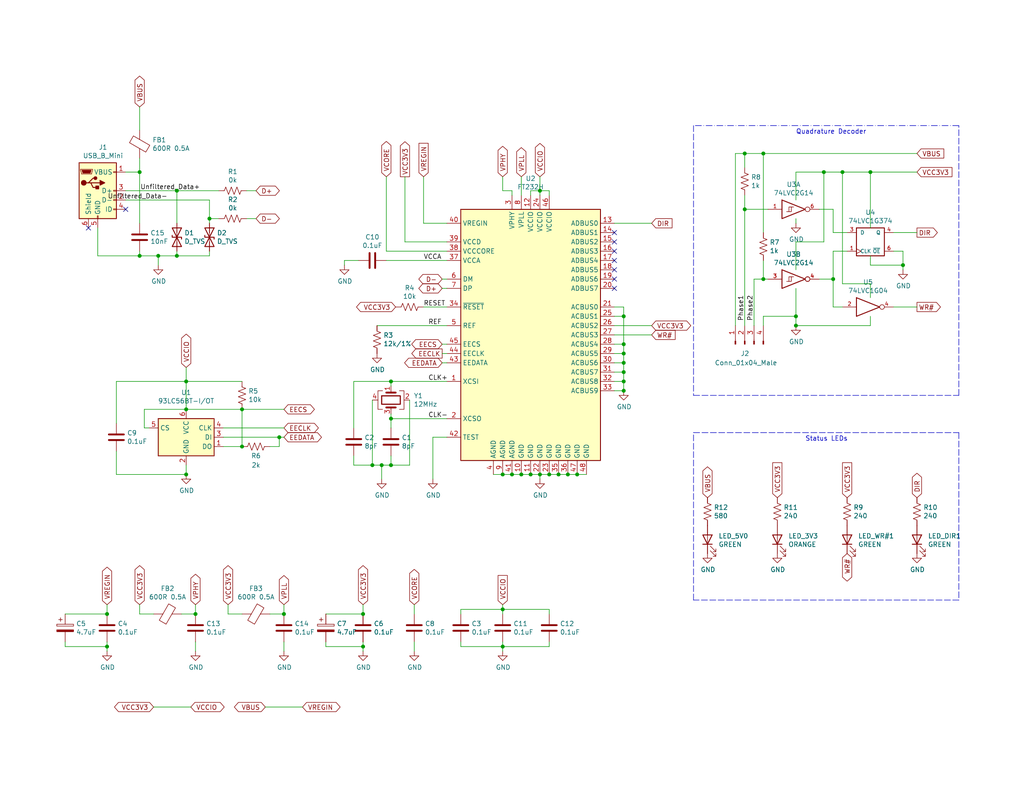
<source format=kicad_sch>
(kicad_sch (version 20211123) (generator eeschema)
  (paper "A")
  (title_block (title "Catdometer Sensor") (date "2021-03-10") (rev "6"))
  (lib_symbols
    (symbol "SensorBoard-rescue:74LVC1G04-74xGxx" (pin_names (offset 1.016))
      (property "Reference" "U" (at -2.54 3.81 0))
      (property "Value" "74LVC1G04-74xGxx" (at 0 -3.81 0))
      (symbol "74LVC1G04-74xGxx_0_1"
        (polyline (pts (xy -3.81 2.54) (xy -3.81 -2.54) (xy 2.54 0) (xy -3.81 2.54)) (stroke (width 0.254)))
      )
      (symbol "74LVC1G04-74xGxx_1_1"
        (pin input line (at -7.62 0 0) (length 3.81) (name "~") (number "2"))
        (pin power_in line (at 0 -2.54 270) (length 0) hide (name "GND") (number "3"))
        (pin output inverted (at 6.35 0 180) (length 3.81) (name "~") (number "4"))
        (pin power_in line (at 0 2.54 90) (length 0) hide (name "VCC") (number "5"))
      )
    )
    (symbol "SensorBoard-rescue:74LVC1G374-74xGxx" (pin_names (offset 1.016))
      (property "Reference" "U" (at -2.54 5.08 0))
      (property "Value" "74LVC1G374-74xGxx" (at 0 -5.08 0))
      (symbol "74LVC1G374-74xGxx_0_1"
        (rectangle (start -3.81 3.81) (end 3.81 -3.81) (stroke (width 0.254)))
      )
      (symbol "74LVC1G374-74xGxx_1_1"
        (pin input clock (at -6.35 -2.54 0) (length 2.54) (name "CLK") (number "1"))
        (pin power_in line (at 0 -3.81 270) (length 0) hide (name "GND") (number "2"))
        (pin input line (at -6.35 2.54 0) (length 2.54) (name "D") (number "3"))
        (pin tri_state line (at 6.35 2.54 180) (length 2.54) (name "Q") (number "4"))
        (pin power_in line (at 0 3.81 90) (length 0) hide (name "VCC") (number "5"))
        (pin input line (at 6.35 -2.54 180) (length 2.54) (name "~{OE}") (number "6"))
      )
    )
    (symbol "SensorBoard-rescue:74LVC2G14-74xGxx" (pin_names (offset 1.016))
      (property "Reference" "U" (at -2.54 3.81 0))
      (property "Value" "74LVC2G14-74xGxx" (at 0 -3.81 0))
      (symbol "74LVC2G14-74xGxx_0_1"
        (polyline (pts (xy -1.905 -0.635) (xy -1.27 -0.635) (xy -1.27 0.635)))
        (polyline (pts (xy -3.81 2.54) (xy -3.81 -2.54) (xy 2.54 0) (xy -3.81 2.54)) (stroke (width 0.254)))
        (polyline (pts (xy -2.54 -0.635) (xy -1.905 -0.635) (xy -1.905 0.635) (xy -0.635 0.635)))
        (pin power_in line (at 0 -2.54 270) (length 0) hide (name "GND") (number "2"))
        (pin power_in line (at 0 2.54 90) (length 0) hide (name "VCC") (number "5"))
      )
      (symbol "74LVC2G14-74xGxx_1_1"
        (pin input line (at -7.62 0 0) (length 3.81) (name "~") (number "1"))
        (pin output inverted (at 6.35 0 180) (length 3.81) (name "~") (number "6"))
      )
      (symbol "74LVC2G14-74xGxx_2_1"
        (pin input line (at -7.62 0 0) (length 3.81) (name "~") (number "3"))
        (pin output inverted (at 6.35 0 180) (length 3.81) (name "~") (number "4"))
      )
    )
    (symbol "SensorBoard-rescue:93LCxxBxxOT-Memory_EEPROM"
      (property "Reference" "U" (at -6.35 6.35 0))
      (property "Value" "93LCxxBxxOT-Memory_EEPROM" (at 7.62 -6.35 0))
      (symbol "93LCxxBxxOT-Memory_EEPROM_0_1"
        (rectangle (start -7.62 5.08) (end 7.62 -5.08) (stroke (width 0.254)) (fill (type background)))
      )
      (symbol "93LCxxBxxOT-Memory_EEPROM_1_1"
        (pin tri_state line (at 10.16 -2.54 180) (length 2.54) (name "DO") (number "1"))
        (pin power_in line (at 0 -7.62 90) (length 2.54) (name "GND") (number "2"))
        (pin input line (at 10.16 0 180) (length 2.54) (name "DI") (number "3"))
        (pin input line (at 10.16 2.54 180) (length 2.54) (name "CLK") (number "4"))
        (pin input line (at -10.16 2.54 0) (length 2.54) (name "CS") (number "5"))
        (pin power_in line (at 0 7.62 270) (length 2.54) (name "VCC") (number "6"))
      )
    )
    (symbol "SensorBoard-rescue:C-Device" (pin_numbers hide) (pin_names (offset 0.254))
      (property "Reference" "C" (at 0.635 2.54 0))
      (property "Value" "C-Device" (at 0.635 -2.54 0))
      (symbol "C-Device_0_1"
        (polyline (pts (xy -2.032 -0.762) (xy 2.032 -0.762)) (stroke (width 0.508)))
        (polyline (pts (xy -2.032 0.762) (xy 2.032 0.762)) (stroke (width 0.508)))
      )
      (symbol "C-Device_1_1"
        (pin passive line (at 0 3.81 270) (length 2.794) (name "~") (number "1"))
        (pin passive line (at 0 -3.81 90) (length 2.794) (name "~") (number "2"))
      )
    )
    (symbol "SensorBoard-rescue:CP-Device" (pin_numbers hide) (pin_names (offset 0.254))
      (property "Reference" "C" (at 0.635 2.54 0))
      (property "Value" "CP-Device" (at 0.635 -2.54 0))
      (symbol "CP-Device_0_1"
        (rectangle (start -2.286 0.508) (end 2.286 1.016))
        (polyline (pts (xy -1.778 2.286) (xy -0.762 2.286)))
        (polyline (pts (xy -1.27 2.794) (xy -1.27 1.778)))
        (rectangle (start 2.286 -0.508) (end -2.286 -1.016) (fill (type outline)))
      )
      (symbol "CP-Device_1_1"
        (pin passive line (at 0 3.81 270) (length 2.794) (name "~") (number "1"))
        (pin passive line (at 0 -3.81 90) (length 2.794) (name "~") (number "2"))
      )
    )
    (symbol "SensorBoard-rescue:Conn_01x04_Male-Connector" (pin_names (offset 1.016) hide)
      (property "Reference" "J" (at 0 5.08 0))
      (property "Value" "Conn_01x04_Male-Connector" (at 0 -7.62 0))
      (symbol "Conn_01x04_Male-Connector_1_1"
        (polyline (pts (xy 1.27 -5.08) (xy 0.8636 -5.08)) (stroke (width 0.1524)))
        (polyline (pts (xy 1.27 -2.54) (xy 0.8636 -2.54)) (stroke (width 0.1524)))
        (polyline (pts (xy 1.27 0) (xy 0.8636 0)) (stroke (width 0.1524)))
        (polyline (pts (xy 1.27 2.54) (xy 0.8636 2.54)) (stroke (width 0.1524)))
        (rectangle (start 0.8636 -4.953) (end 0 -5.207) (stroke (width 0.1524)) (fill (type outline)))
        (rectangle (start 0.8636 -2.413) (end 0 -2.667) (stroke (width 0.1524)) (fill (type outline)))
        (rectangle (start 0.8636 0.127) (end 0 -0.127) (stroke (width 0.1524)) (fill (type outline)))
        (rectangle (start 0.8636 2.667) (end 0 2.413) (stroke (width 0.1524)) (fill (type outline)))
        (pin passive line (at 5.08 2.54 180) (length 3.81) (name "Pin_1") (number "1"))
        (pin passive line (at 5.08 0 180) (length 3.81) (name "Pin_2") (number "2"))
        (pin passive line (at 5.08 -2.54 180) (length 3.81) (name "Pin_3") (number "3"))
        (pin passive line (at 5.08 -5.08 180) (length 3.81) (name "Pin_4") (number "4"))
      )
    )
    (symbol "SensorBoard-rescue:Crystal_GND24-Device" (pin_names (offset 1.016) hide)
      (property "Reference" "Y" (at 3.175 5.08 0))
      (property "Value" "Crystal_GND24-Device" (at 3.175 3.175 0))
      (symbol "Crystal_GND24-Device_0_1"
        (rectangle (start -1.143 2.54) (end 1.143 -2.54) (stroke (width 0.3048)))
        (polyline (pts (xy -2.54 0) (xy -2.032 0)))
        (polyline (pts (xy -2.032 -1.27) (xy -2.032 1.27)) (stroke (width 0.508)))
        (polyline (pts (xy 0 -3.81) (xy 0 -3.556)))
        (polyline (pts (xy 0 3.556) (xy 0 3.81)))
        (polyline (pts (xy 2.032 -1.27) (xy 2.032 1.27)) (stroke (width 0.508)))
        (polyline (pts (xy 2.032 0) (xy 2.54 0)))
        (polyline (pts (xy -2.54 -2.286) (xy -2.54 -3.556) (xy 2.54 -3.556) (xy 2.54 -2.286)))
        (polyline (pts (xy -2.54 2.286) (xy -2.54 3.556) (xy 2.54 3.556) (xy 2.54 2.286)))
      )
      (symbol "Crystal_GND24-Device_1_1"
        (pin passive line (at -3.81 0 0) (length 1.27) (name "1") (number "1"))
        (pin passive line (at 0 5.08 270) (length 1.27) (name "2") (number "2"))
        (pin passive line (at 3.81 0 180) (length 1.27) (name "3") (number "3"))
        (pin passive line (at 0 -5.08 90) (length 1.27) (name "4") (number "4"))
      )
    )
    (symbol "SensorBoard-rescue:D_TVS-Device" (pin_numbers hide) (pin_names (offset 1.016) hide)
      (property "Reference" "D" (at 0 2.54 0))
      (property "Value" "D_TVS-Device" (at 0 -2.54 0))
      (symbol "D_TVS-Device_0_1"
        (polyline (pts (xy 1.27 0) (xy -1.27 0)))
        (polyline (pts (xy 0.508 1.27) (xy 0 1.27) (xy 0 -1.27) (xy -0.508 -1.27)) (stroke (width 0.254)))
        (polyline (pts (xy -2.54 1.27) (xy -2.54 -1.27) (xy 2.54 1.27) (xy 2.54 -1.27) (xy -2.54 1.27)) (stroke (width 0.254)))
      )
      (symbol "D_TVS-Device_1_1"
        (pin passive line (at -3.81 0 0) (length 2.54) (name "A1") (number "1"))
        (pin passive line (at 3.81 0 180) (length 2.54) (name "A2") (number "2"))
      )
    )
    (symbol "SensorBoard-rescue:FT232H-Interface_USB"
      (property "Reference" "U" (at -19.05 35.56 0))
      (property "Value" "FT232H-Interface_USB" (at 12.7 35.56 0))
      (symbol "FT232H-Interface_USB_0_1"
        (rectangle (start -19.05 34.29) (end 19.05 -34.29) (stroke (width 0.254)) (fill (type background)))
      )
      (symbol "FT232H-Interface_USB_1_1"
        (pin input line (at -22.86 -12.7 0) (length 3.81) (name "XCSI") (number "1"))
        (pin power_in line (at -2.54 -38.1 90) (length 3.81) (name "GND") (number "10"))
        (pin power_in line (at 0 -38.1 90) (length 3.81) (name "GND") (number "11"))
        (pin power_in line (at 0 38.1 270) (length 3.81) (name "VCCIO") (number "12"))
        (pin bidirectional line (at 22.86 30.48 180) (length 3.81) (name "ADBUS0") (number "13"))
        (pin bidirectional line (at 22.86 27.94 180) (length 3.81) (name "ADBUS1") (number "14"))
        (pin bidirectional line (at 22.86 25.4 180) (length 3.81) (name "ADBUS2") (number "15"))
        (pin bidirectional line (at 22.86 22.86 180) (length 3.81) (name "ADBUS3") (number "16"))
        (pin bidirectional line (at 22.86 20.32 180) (length 3.81) (name "ADBUS4") (number "17"))
        (pin bidirectional line (at 22.86 17.78 180) (length 3.81) (name "ADBUS5") (number "18"))
        (pin bidirectional line (at 22.86 15.24 180) (length 3.81) (name "ADBUS6") (number "19"))
        (pin output line (at -22.86 -22.86 0) (length 3.81) (name "XCSO") (number "2"))
        (pin bidirectional line (at 22.86 12.7 180) (length 3.81) (name "ADBUS7") (number "20"))
        (pin bidirectional line (at 22.86 7.62 180) (length 3.81) (name "ACBUS0") (number "21"))
        (pin power_in line (at 2.54 -38.1 90) (length 3.81) (name "GND") (number "22"))
        (pin power_in line (at 5.08 -38.1 90) (length 3.81) (name "GND") (number "23"))
        (pin power_in line (at 2.54 38.1 270) (length 3.81) (name "VCCIO") (number "24"))
        (pin bidirectional line (at 22.86 5.08 180) (length 3.81) (name "ACBUS1") (number "25"))
        (pin bidirectional line (at 22.86 2.54 180) (length 3.81) (name "ACBUS2") (number "26"))
        (pin bidirectional line (at 22.86 0 180) (length 3.81) (name "ACBUS3") (number "27"))
        (pin bidirectional line (at 22.86 -2.54 180) (length 3.81) (name "ACBUS4") (number "28"))
        (pin bidirectional line (at 22.86 -5.08 180) (length 3.81) (name "ACBUS5") (number "29"))
        (pin power_in line (at -5.08 38.1 270) (length 3.81) (name "VPHY") (number "3"))
        (pin bidirectional line (at 22.86 -7.62 180) (length 3.81) (name "ACBUS6") (number "30"))
        (pin bidirectional line (at 22.86 -10.16 180) (length 3.81) (name "ACBUS7") (number "31"))
        (pin bidirectional line (at 22.86 -12.7 180) (length 3.81) (name "ACBUS8") (number "32"))
        (pin bidirectional line (at 22.86 -15.24 180) (length 3.81) (name "ACBUS9") (number "33"))
        (pin input line (at -22.86 7.62 0) (length 3.81) (name "~{RESET}") (number "34"))
        (pin power_in line (at 7.62 -38.1 90) (length 3.81) (name "GND") (number "35"))
        (pin power_in line (at 10.16 -38.1 90) (length 3.81) (name "GND") (number "36"))
        (pin power_out line (at -22.86 20.32 0) (length 3.81) (name "VCCA") (number "37"))
        (pin power_out line (at -22.86 22.86 0) (length 3.81) (name "VCCCORE") (number "38"))
        (pin power_in line (at -22.86 25.4 0) (length 3.81) (name "VCCD") (number "39"))
        (pin power_in line (at -10.16 -38.1 90) (length 3.81) (name "AGND") (number "4"))
        (pin power_in line (at -22.86 30.48 0) (length 3.81) (name "VREGIN") (number "40"))
        (pin power_in line (at -5.08 -38.1 90) (length 3.81) (name "AGND") (number "41"))
        (pin input line (at -22.86 -27.94 0) (length 3.81) (name "TEST") (number "42"))
        (pin bidirectional line (at -22.86 -7.62 0) (length 3.81) (name "EEDATA") (number "43"))
        (pin input line (at -22.86 -5.08 0) (length 3.81) (name "EECLK") (number "44"))
        (pin input line (at -22.86 -2.54 0) (length 3.81) (name "EECS") (number "45"))
        (pin power_in line (at 5.08 38.1 270) (length 3.81) (name "VCCIO") (number "46"))
        (pin power_in line (at 12.7 -38.1 90) (length 3.81) (name "GND") (number "47"))
        (pin power_in line (at 15.24 -38.1 90) (length 3.81) (name "GND") (number "48"))
        (pin input line (at -22.86 2.54 0) (length 3.81) (name "REF") (number "5"))
        (pin bidirectional line (at -22.86 15.24 0) (length 3.81) (name "DM") (number "6"))
        (pin bidirectional line (at -22.86 12.7 0) (length 3.81) (name "DP") (number "7"))
        (pin power_in line (at -2.54 38.1 270) (length 3.81) (name "VPLL") (number "8"))
        (pin power_in line (at -7.62 -38.1 90) (length 3.81) (name "AGND") (number "9"))
      )
    )
    (symbol "SensorBoard-rescue:Ferrite_Bead-Device" (pin_numbers hide) (pin_names (offset 0))
      (property "Reference" "FB" (at -3.81 0.635 90))
      (property "Value" "Ferrite_Bead-Device" (at 3.81 0 90))
      (symbol "Ferrite_Bead-Device_0_1"
        (polyline (pts (xy 0 -1.27) (xy 0 -1.2192)))
        (polyline (pts (xy 0 1.27) (xy 0 1.2954)))
        (polyline (pts (xy -2.7686 0.4064) (xy -1.7018 2.2606) (xy 2.7686 -0.3048) (xy 1.6764 -2.159) (xy -2.7686 0.4064)))
      )
      (symbol "Ferrite_Bead-Device_1_1"
        (pin passive line (at 0 3.81 270) (length 2.54) (name "~") (number "1"))
        (pin passive line (at 0 -3.81 90) (length 2.54) (name "~") (number "2"))
      )
    )
    (symbol "SensorBoard-rescue:GND-power" (power) (pin_names (offset 0))
      (property "Value" "GND-power" (at 0 -3.81 0))
      (symbol "GND-power_0_1"
        (polyline (pts (xy 0 0) (xy 0 -1.27) (xy 1.27 -1.27) (xy 0 -2.54) (xy -1.27 -1.27) (xy 0 -1.27)))
      )
      (symbol "GND-power_1_1"
        (pin power_in line (at 0 0 270) (length 0) hide (name "GND") (number "1"))
      )
    )
    (symbol "SensorBoard-rescue:LED-Device" (pin_numbers hide) (pin_names (offset 1.016) hide)
      (property "Reference" "D" (at 0 2.54 0))
      (property "Value" "LED-Device" (at 0 -2.54 0))
      (symbol "LED-Device_0_1"
        (polyline (pts (xy -1.27 -1.27) (xy -1.27 1.27)) (stroke (width 0.254)))
        (polyline (pts (xy -1.27 0) (xy 1.27 0)))
        (polyline (pts (xy 1.27 -1.27) (xy 1.27 1.27) (xy -1.27 0) (xy 1.27 -1.27)) (stroke (width 0.254)))
        (polyline (pts (xy -3.048 -0.762) (xy -4.572 -2.286) (xy -3.81 -2.286) (xy -4.572 -2.286) (xy -4.572 -1.524)))
        (polyline (pts (xy -1.778 -0.762) (xy -3.302 -2.286) (xy -2.54 -2.286) (xy -3.302 -2.286) (xy -3.302 -1.524)))
      )
      (symbol "LED-Device_1_1"
        (pin passive line (at -3.81 0 0) (length 2.54) (name "K") (number "1"))
        (pin passive line (at 3.81 0 180) (length 2.54) (name "A") (number "2"))
      )
    )
    (symbol "SensorBoard-rescue:R_US-Device" (pin_numbers hide) (pin_names (offset 0))
      (property "Reference" "R" (at 2.54 0 90))
      (property "Value" "R_US-Device" (at -2.54 0 90))
      (symbol "R_US-Device_0_1"
        (polyline (pts (xy 0 -2.286) (xy 0 -2.54)))
        (polyline (pts (xy 0 2.286) (xy 0 2.54)))
        (polyline (pts (xy 0 -0.762) (xy 1.016 -1.143) (xy 0 -1.524) (xy -1.016 -1.905) (xy 0 -2.286)))
        (polyline (pts (xy 0 0.762) (xy 1.016 0.381) (xy 0 0) (xy -1.016 -0.381) (xy 0 -0.762)))
        (polyline (pts (xy 0 2.286) (xy 1.016 1.905) (xy 0 1.524) (xy -1.016 1.143) (xy 0 0.762)))
      )
      (symbol "R_US-Device_1_1"
        (pin passive line (at 0 3.81 270) (length 1.27) (name "~") (number "1"))
        (pin passive line (at 0 -3.81 90) (length 1.27) (name "~") (number "2"))
      )
    )
    (symbol "SensorBoard-rescue:USB_B_Mini-Connector" (pin_names (offset 1.016))
      (property "Reference" "J" (at -5.08 11.43 0))
      (property "Value" "USB_B_Mini-Connector" (at -5.08 8.89 0))
      (symbol "USB_B_Mini-Connector_0_1"
        (rectangle (start -5.08 -7.62) (end 5.08 7.62) (stroke (width 0.254)) (fill (type background)))
        (circle (center -3.81 2.159) (radius 0.635) (stroke (width 0.254)) (fill (type outline)))
        (circle (center -0.635 3.429) (radius 0.381) (stroke (width 0.254)) (fill (type outline)))
        (rectangle (start -0.127 -7.62) (end 0.127 -6.858))
        (polyline (pts (xy -1.905 2.159) (xy 0.635 2.159)) (stroke (width 0.254)))
        (polyline (pts (xy -3.175 2.159) (xy -2.54 2.159) (xy -1.27 3.429) (xy -0.635 3.429)) (stroke (width 0.254)))
        (polyline (pts (xy -2.54 2.159) (xy -1.905 2.159) (xy -1.27 0.889) (xy 0 0.889)) (stroke (width 0.254)))
        (polyline (pts (xy 0.635 2.794) (xy 0.635 1.524) (xy 1.905 2.159) (xy 0.635 2.794)) (stroke (width 0.254)) (fill (type outline)))
        (polyline (pts (xy -4.318 5.588) (xy -1.778 5.588) (xy -2.032 4.826) (xy -4.064 4.826) (xy -4.318 5.588)) (fill (type outline)))
        (polyline (pts (xy -4.699 5.842) (xy -4.699 5.588) (xy -4.445 4.826) (xy -4.445 4.572) (xy -1.651 4.572) (xy -1.651 4.826) (xy -1.397 5.588) (xy -1.397 5.842) (xy -4.699 5.842)))
        (rectangle (start 0.254 1.27) (end -0.508 0.508) (stroke (width 0.254)) (fill (type outline)))
        (rectangle (start 5.08 -5.207) (end 4.318 -4.953))
        (rectangle (start 5.08 -2.667) (end 4.318 -2.413))
        (rectangle (start 5.08 -0.127) (end 4.318 0.127))
        (rectangle (start 5.08 4.953) (end 4.318 5.207))
      )
      (symbol "USB_B_Mini-Connector_1_1"
        (pin power_out line (at 7.62 5.08 180) (length 2.54) (name "VBUS") (number "1"))
        (pin bidirectional line (at 7.62 -2.54 180) (length 2.54) (name "D-") (number "2"))
        (pin bidirectional line (at 7.62 0 180) (length 2.54) (name "D+") (number "3"))
        (pin passive line (at 7.62 -5.08 180) (length 2.54) (name "ID") (number "4"))
        (pin power_out line (at 0 -10.16 90) (length 2.54) (name "GND") (number "5"))
        (pin passive line (at -2.54 -10.16 90) (length 2.54) (name "Shield") (number "6"))
      )
    )
  )
  (junction (at 66.04 111.76))
  (junction (at 170.18 101.6))
  (junction (at 246.38 72.39))
  (junction (at 106.68 104.14))
  (junction (at 170.18 86.36))
  (junction (at 99.06 176.53))
  (junction (at 208.28 41.91))
  (junction (at 38.1 46.99))
  (junction (at 50.8 129.54))
  (junction (at 139.7 129.54))
  (junction (at 170.18 93.98))
  (junction (at 77.47 167.64))
  (junction (at 170.18 104.14))
  (junction (at 152.4 129.54))
  (junction (at 149.86 129.54))
  (junction (at 48.26 52.07))
  (junction (at 224.79 46.99))
  (junction (at 43.18 69.85))
  (junction (at 208.28 76.2))
  (junction (at 217.17 86.36))
  (junction (at 76.2 119.38))
  (junction (at 144.78 129.54))
  (junction (at 154.94 129.54))
  (junction (at 157.48 129.54))
  (junction (at 203.2 41.91))
  (junction (at 147.32 52.07))
  (junction (at 170.18 106.68))
  (junction (at 106.68 114.3))
  (junction (at 66.04 121.92))
  (junction (at 170.18 99.06))
  (junction (at 203.2 57.15))
  (junction (at 137.16 176.53))
  (junction (at 217.17 88.9))
  (junction (at 53.34 167.64))
  (junction (at 101.6 127))
  (junction (at 147.32 129.54))
  (junction (at 137.16 166.37))
  (junction (at 29.21 176.53))
  (junction (at 50.8 104.14))
  (junction (at 29.21 167.64))
  (junction (at 137.16 129.54))
  (junction (at 227.33 76.2))
  (junction (at 99.06 167.64))
  (junction (at 237.49 46.99))
  (junction (at 229.87 46.99))
  (junction (at 50.8 111.76))
  (junction (at 104.14 127))
  (junction (at 106.68 127))
  (junction (at 170.18 96.52))
  (junction (at 38.1 69.85))
  (junction (at 48.26 69.85))
  (junction (at 57.15 59.69))
  (junction (at 142.24 129.54))
  (no_connect (at 167.64 73.66))
  (no_connect (at 24.13 62.23))
  (no_connect (at 167.64 63.5))
  (no_connect (at 167.64 78.74))
  (no_connect (at 34.29 57.15))
  (no_connect (at 167.64 71.12))
  (no_connect (at 167.64 66.04))
  (no_connect (at 167.64 68.58))
  (no_connect (at 167.64 76.2))
  (wire (pts (xy 223.52 76.2) (xy 227.33 76.2)))
  (wire (pts (xy 227.33 57.15) (xy 223.52 57.15)))
  (wire (pts (xy 121.92 60.96) (xy 115.57 60.96)))
  (wire (pts (xy 144.78 52.07) (xy 147.32 52.07)))
  (wire (pts (xy 170.18 99.06) (xy 170.18 101.6)))
  (wire (pts (xy 41.91 193.04) (xy 52.07 193.04)))
  (wire (pts (xy 203.2 41.91) (xy 200.66 41.91)))
  (wire (pts (xy 147.32 53.34) (xy 147.32 52.07)))
  (wire (pts (xy 57.15 54.61) (xy 57.15 59.69)))
  (wire (pts (xy 137.16 176.53) (xy 137.16 177.8)))
  (wire (pts (xy 43.18 72.39) (xy 43.18 69.85)))
  (wire (pts (xy 250.19 41.91) (xy 208.28 41.91)))
  (wire (pts (xy 170.18 104.14) (xy 167.64 104.14)))
  (wire (pts (xy 48.26 68.58) (xy 48.26 69.85)))
  (polyline (pts (xy 189.23 163.83) (xy 189.23 118.11)))
  (wire (pts (xy 227.33 76.2) (xy 227.33 68.58)))
  (wire (pts (xy 139.7 129.54) (xy 142.24 129.54)))
  (wire (pts (xy 31.75 104.14) (xy 50.8 104.14)))
  (wire (pts (xy 137.16 176.53) (xy 125.73 176.53)))
  (wire (pts (xy 208.28 71.12) (xy 208.28 76.2)))
  (wire (pts (xy 142.24 129.54) (xy 144.78 129.54)))
  (polyline (pts (xy 261.62 118.11) (xy 261.62 163.83)))
  (wire (pts (xy 77.47 165.1) (xy 77.47 167.64)))
  (polyline (pts (xy 261.62 163.83) (xy 189.23 163.83)))
  (wire (pts (xy 121.92 114.3) (xy 106.68 114.3)))
  (wire (pts (xy 120.65 78.74) (xy 121.92 78.74)))
  (wire (pts (xy 48.26 52.07) (xy 59.69 52.07)))
  (wire (pts (xy 149.86 176.53) (xy 137.16 176.53)))
  (wire (pts (xy 50.8 111.76) (xy 66.04 111.76)))
  (wire (pts (xy 203.2 53.34) (xy 203.2 57.15)))
  (wire (pts (xy 96.52 127) (xy 96.52 124.46)))
  (wire (pts (xy 76.2 121.92) (xy 73.66 121.92)))
  (wire (pts (xy 203.2 88.9) (xy 203.2 57.15)))
  (wire (pts (xy 115.57 83.82) (xy 121.92 83.82)))
  (wire (pts (xy 170.18 101.6) (xy 167.64 101.6)))
  (wire (pts (xy 137.16 166.37) (xy 149.86 166.37)))
  (wire (pts (xy 101.6 127) (xy 96.52 127)))
  (wire (pts (xy 57.15 59.69) (xy 59.69 59.69)))
  (wire (pts (xy 203.2 45.72) (xy 203.2 41.91)))
  (wire (pts (xy 99.06 175.26) (xy 99.06 176.53)))
  (wire (pts (xy 250.19 83.82) (xy 243.84 83.82)))
  (wire (pts (xy 170.18 104.14) (xy 170.18 106.68)))
  (wire (pts (xy 120.65 76.2) (xy 121.92 76.2)))
  (wire (pts (xy 237.49 88.9) (xy 217.17 88.9)))
  (wire (pts (xy 121.92 88.9) (xy 102.87 88.9)))
  (wire (pts (xy 229.87 83.82) (xy 227.33 83.82)))
  (wire (pts (xy 121.92 96.52) (xy 120.65 96.52)))
  (wire (pts (xy 152.4 129.54) (xy 154.94 129.54)))
  (wire (pts (xy 50.8 100.33) (xy 50.8 104.14)))
  (wire (pts (xy 53.34 165.1) (xy 53.34 167.64)))
  (wire (pts (xy 217.17 66.04) (xy 224.79 66.04)))
  (wire (pts (xy 177.8 60.96) (xy 167.64 60.96)))
  (polyline (pts (xy 189.23 118.11) (xy 261.62 118.11)))
  (wire (pts (xy 137.16 175.26) (xy 137.16 176.53)))
  (wire (pts (xy 217.17 86.36) (xy 217.17 88.9)))
  (wire (pts (xy 111.76 127) (xy 106.68 127)))
  (wire (pts (xy 38.1 35.56) (xy 38.1 29.21)))
  (wire (pts (xy 208.28 86.36) (xy 217.17 86.36)))
  (wire (pts (xy 170.18 86.36) (xy 170.18 93.98)))
  (wire (pts (xy 229.87 46.99) (xy 237.49 46.99)))
  (wire (pts (xy 106.68 104.14) (xy 96.52 104.14)))
  (wire (pts (xy 149.86 166.37) (xy 149.86 167.64)))
  (wire (pts (xy 149.86 53.34) (xy 149.86 52.07)))
  (wire (pts (xy 43.18 69.85) (xy 38.1 69.85)))
  (wire (pts (xy 49.53 167.64) (xy 53.34 167.64)))
  (wire (pts (xy 113.03 165.1) (xy 113.03 167.64)))
  (wire (pts (xy 237.49 72.39) (xy 246.38 72.39)))
  (wire (pts (xy 34.29 54.61) (xy 57.15 54.61)))
  (wire (pts (xy 106.68 114.3) (xy 106.68 116.84)))
  (wire (pts (xy 17.78 176.53) (xy 29.21 176.53)))
  (polyline (pts (xy 261.62 107.95) (xy 261.62 34.29)))
  (wire (pts (xy 237.49 81.28) (xy 237.49 77.47)))
  (wire (pts (xy 170.18 83.82) (xy 170.18 86.36)))
  (wire (pts (xy 167.64 91.44) (xy 177.8 91.44)))
  (wire (pts (xy 31.75 129.54) (xy 50.8 129.54)))
  (wire (pts (xy 139.7 52.07) (xy 137.16 52.07)))
  (wire (pts (xy 246.38 73.66) (xy 246.38 72.39)))
  (wire (pts (xy 170.18 86.36) (xy 167.64 86.36)))
  (wire (pts (xy 40.64 116.84) (xy 39.37 116.84)))
  (wire (pts (xy 217.17 73.66) (xy 217.17 66.04)))
  (wire (pts (xy 134.62 129.54) (xy 137.16 129.54)))
  (wire (pts (xy 113.03 175.26) (xy 113.03 177.8)))
  (wire (pts (xy 208.28 76.2) (xy 209.55 76.2)))
  (wire (pts (xy 237.49 77.47) (xy 229.87 77.47)))
  (wire (pts (xy 170.18 96.52) (xy 170.18 99.06)))
  (wire (pts (xy 50.8 104.14) (xy 50.8 111.76)))
  (wire (pts (xy 29.21 165.1) (xy 29.21 167.64)))
  (wire (pts (xy 34.29 52.07) (xy 48.26 52.07)))
  (wire (pts (xy 88.9 175.26) (xy 88.9 176.53)))
  (wire (pts (xy 170.18 93.98) (xy 167.64 93.98)))
  (wire (pts (xy 77.47 175.26) (xy 77.47 177.8)))
  (wire (pts (xy 73.66 167.64) (xy 77.47 167.64)))
  (wire (pts (xy 104.14 130.81) (xy 104.14 127)))
  (wire (pts (xy 26.67 69.85) (xy 38.1 69.85)))
  (wire (pts (xy 227.33 63.5) (xy 227.33 57.15)))
  (wire (pts (xy 121.92 66.04) (xy 110.49 66.04)))
  (wire (pts (xy 66.04 111.76) (xy 77.47 111.76)))
  (wire (pts (xy 104.14 127) (xy 106.68 127)))
  (wire (pts (xy 217.17 78.74) (xy 217.17 86.36)))
  (wire (pts (xy 157.48 129.54) (xy 160.02 129.54)))
  (wire (pts (xy 76.2 119.38) (xy 76.2 121.92)))
  (wire (pts (xy 29.21 176.53) (xy 29.21 177.8)))
  (wire (pts (xy 38.1 69.85) (xy 38.1 68.58)))
  (wire (pts (xy 57.15 69.85) (xy 48.26 69.85)))
  (wire (pts (xy 34.29 46.99) (xy 38.1 46.99)))
  (wire (pts (xy 147.32 52.07) (xy 147.32 48.26)))
  (wire (pts (xy 237.49 86.36) (xy 237.49 88.9)))
  (wire (pts (xy 31.75 115.57) (xy 31.75 104.14)))
  (wire (pts (xy 203.2 57.15) (xy 209.55 57.15)))
  (wire (pts (xy 154.94 129.54) (xy 157.48 129.54)))
  (wire (pts (xy 170.18 106.68) (xy 167.64 106.68)))
  (wire (pts (xy 167.64 83.82) (xy 170.18 83.82)))
  (wire (pts (xy 106.68 113.03) (xy 106.68 114.3)))
  (wire (pts (xy 167.64 88.9) (xy 177.8 88.9)))
  (wire (pts (xy 38.1 167.64) (xy 41.91 167.64)))
  (wire (pts (xy 205.74 76.2) (xy 208.28 76.2)))
  (wire (pts (xy 121.92 93.98) (xy 120.65 93.98)))
  (wire (pts (xy 111.76 109.22) (xy 111.76 127)))
  (wire (pts (xy 106.68 104.14) (xy 106.68 105.41)))
  (wire (pts (xy 237.49 69.85) (xy 237.49 72.39)))
  (polyline (pts (xy 189.23 107.95) (xy 261.62 107.95)))
  (wire (pts (xy 170.18 99.06) (xy 167.64 99.06)))
  (wire (pts (xy 62.23 167.64) (xy 66.04 167.64)))
  (wire (pts (xy 62.23 165.1) (xy 62.23 167.64)))
  (wire (pts (xy 17.78 175.26) (xy 17.78 176.53)))
  (wire (pts (xy 149.86 129.54) (xy 152.4 129.54)))
  (wire (pts (xy 224.79 66.04) (xy 224.79 46.99)))
  (wire (pts (xy 144.78 53.34) (xy 144.78 52.07)))
  (polyline (pts (xy 261.62 34.29) (xy 189.23 34.29)) (stroke (width 0) (type dash_dot)))
  (wire (pts (xy 217.17 46.99) (xy 224.79 46.99)))
  (wire (pts (xy 137.16 129.54) (xy 139.7 129.54)))
  (wire (pts (xy 48.26 69.85) (xy 43.18 69.85)))
  (wire (pts (xy 246.38 68.58) (xy 243.84 68.58)))
  (wire (pts (xy 66.04 111.76) (xy 66.04 121.92)))
  (wire (pts (xy 224.79 46.99) (xy 229.87 46.99)))
  (wire (pts (xy 99.06 165.1) (xy 99.06 167.64)))
  (polyline (pts (xy 189.23 34.29) (xy 189.23 107.95)))
  (wire (pts (xy 88.9 167.64) (xy 99.06 167.64)))
  (wire (pts (xy 118.11 119.38) (xy 118.11 130.81)))
  (wire (pts (xy 97.79 71.12) (xy 93.98 71.12)))
  (wire (pts (xy 137.16 165.1) (xy 137.16 166.37)))
  (wire (pts (xy 144.78 129.54) (xy 147.32 129.54)))
  (wire (pts (xy 48.26 60.96) (xy 48.26 52.07)))
  (wire (pts (xy 96.52 104.14) (xy 96.52 116.84)))
  (wire (pts (xy 246.38 72.39) (xy 246.38 68.58)))
  (wire (pts (xy 72.39 193.04) (xy 82.55 193.04)))
  (wire (pts (xy 88.9 176.53) (xy 99.06 176.53)))
  (wire (pts (xy 227.33 63.5) (xy 231.14 63.5)))
  (wire (pts (xy 60.96 119.38) (xy 76.2 119.38)))
  (wire (pts (xy 110.49 66.04) (xy 110.49 48.26)))
  (wire (pts (xy 217.17 54.61) (xy 217.17 46.99)))
  (wire (pts (xy 137.16 166.37) (xy 137.16 167.64)))
  (wire (pts (xy 121.92 68.58) (xy 105.41 68.58)))
  (wire (pts (xy 237.49 62.23) (xy 237.49 46.99)))
  (wire (pts (xy 170.18 93.98) (xy 170.18 96.52)))
  (wire (pts (xy 29.21 175.26) (xy 29.21 176.53)))
  (wire (pts (xy 137.16 52.07) (xy 137.16 48.26)))
  (wire (pts (xy 120.65 99.06) (xy 121.92 99.06)))
  (wire (pts (xy 217.17 60.96) (xy 217.17 59.69)))
  (wire (pts (xy 147.32 130.81) (xy 147.32 129.54)))
  (wire (pts (xy 227.33 68.58) (xy 231.14 68.58)))
  (wire (pts (xy 66.04 104.14) (xy 50.8 104.14)))
  (wire (pts (xy 38.1 43.18) (xy 38.1 46.99)))
  (wire (pts (xy 229.87 77.47) (xy 229.87 46.99)))
  (wire (pts (xy 149.86 175.26) (xy 149.86 176.53)))
  (wire (pts (xy 121.92 104.14) (xy 106.68 104.14)))
  (wire (pts (xy 31.75 123.19) (xy 31.75 129.54)))
  (wire (pts (xy 101.6 109.22) (xy 101.6 127)))
  (wire (pts (xy 208.28 63.5) (xy 208.28 41.91)))
  (wire (pts (xy 121.92 119.38) (xy 118.11 119.38)))
  (wire (pts (xy 142.24 48.26) (xy 142.24 53.34)))
  (wire (pts (xy 115.57 60.96) (xy 115.57 48.26)))
  (wire (pts (xy 149.86 52.07) (xy 147.32 52.07)))
  (wire (pts (xy 105.41 71.12) (xy 121.92 71.12)))
  (wire (pts (xy 125.73 167.64) (xy 125.73 166.37)))
  (wire (pts (xy 237.49 46.99) (xy 250.19 46.99)))
  (wire (pts (xy 38.1 60.96) (xy 38.1 46.99)))
  (wire (pts (xy 170.18 96.52) (xy 167.64 96.52)))
  (wire (pts (xy 39.37 111.76) (xy 50.8 111.76)))
  (wire (pts (xy 17.78 167.64) (xy 29.21 167.64)))
  (wire (pts (xy 50.8 127) (xy 50.8 129.54)))
  (wire (pts (xy 101.6 127) (xy 104.14 127)))
  (wire (pts (xy 125.73 176.53) (xy 125.73 175.26)))
  (wire (pts (xy 106.68 127) (xy 106.68 124.46)))
  (wire (pts (xy 139.7 52.07) (xy 139.7 53.34)))
  (wire (pts (xy 76.2 119.38) (xy 77.47 119.38)))
  (wire (pts (xy 149.86 129.54) (xy 147.32 129.54)))
  (wire (pts (xy 38.1 165.1) (xy 38.1 167.64)))
  (wire (pts (xy 66.04 121.92) (xy 60.96 121.92)))
  (wire (pts (xy 57.15 60.96) (xy 57.15 59.69)))
  (wire (pts (xy 57.15 68.58) (xy 57.15 69.85)))
  (wire (pts (xy 26.67 62.23) (xy 26.67 69.85)))
  (wire (pts (xy 250.19 63.5) (xy 243.84 63.5)))
  (wire (pts (xy 60.96 116.84) (xy 77.47 116.84)))
  (wire (pts (xy 205.74 88.9) (xy 205.74 76.2)))
  (wire (pts (xy 67.31 52.07) (xy 69.85 52.07)))
  (wire (pts (xy 208.28 41.91) (xy 203.2 41.91)))
  (wire (pts (xy 93.98 71.12) (xy 93.98 72.39)))
  (wire (pts (xy 99.06 176.53) (xy 99.06 177.8)))
  (wire (pts (xy 105.41 68.58) (xy 105.41 48.26)))
  (wire (pts (xy 170.18 101.6) (xy 170.18 104.14)))
  (wire (pts (xy 67.31 59.69) (xy 69.85 59.69)))
  (wire (pts (xy 208.28 88.9) (xy 208.28 86.36)))
  (wire (pts (xy 200.66 41.91) (xy 200.66 88.9)))
  (wire (pts (xy 227.33 83.82) (xy 227.33 76.2)))
  (wire (pts (xy 125.73 166.37) (xy 137.16 166.37)))
  (wire (pts (xy 39.37 116.84) (xy 39.37 111.76)))
  (wire (pts (xy 53.34 175.26) (xy 53.34 177.8)))
  (text "Status LEDs" (at 219.71 120.65 0) (effects (font (size 1.27 1.27)) (justify left bottom)))
  (text "Quadrature Decoder" (at 217.17 36.83 0) (effects (font (size 1.27 1.27)) (justify left bottom)))
  (label "Unfiltered_Data+" (at 54.61 52.07 180))
  (label "Phase1" (at 203.2 87.63 90))
  (label "CLK+" (at 116.84 104.14 0))
  (label "VCCA" (at 115.57 71.12 0))
  (label "REF" (at 116.84 88.9 0))
  (label "Unfiltered_Data-" (at 45.72 54.61 180))
  (label "Phase2" (at 205.74 87.63 90))
  (label "RESET" (at 115.57 83.82 0))
  (label "CLK-" (at 116.84 114.3 0))
  (global_label "VCC3V3" (shape bidirectional) (at 107.95 83.82 180) (property "Intersheet References" "${INTERSHEET_REFS}" (effects hide)))
  (global_label "VCCIO" (shape bidirectional) (at 50.8 100.33 90) (property "Intersheet References" "${INTERSHEET_REFS}" (effects hide)))
  (global_label "VCC3V3" (shape output) (at 110.49 48.26 90) (property "Intersheet References" "${INTERSHEET_REFS}" (effects hide)))
  (global_label "VPLL" (shape bidirectional) (at 142.24 48.26 90) (property "Intersheet References" "${INTERSHEET_REFS}" (effects hide)))
  (global_label "VCCIO" (shape bidirectional) (at 52.07 193.04 0) (property "Intersheet References" "${INTERSHEET_REFS}" (effects hide)))
  (global_label "VCC3V3" (shape input) (at 250.19 46.99 0) (property "Intersheet References" "${INTERSHEET_REFS}" (effects hide)))
  (global_label "VCCIO" (shape bidirectional) (at 147.32 48.26 90) (property "Intersheet References" "${INTERSHEET_REFS}" (effects hide)))
  (global_label "VCORE" (shape bidirectional) (at 113.03 165.1 90) (property "Intersheet References" "${INTERSHEET_REFS}" (effects hide)))
  (global_label "D+" (shape bidirectional) (at 120.65 78.74 180) (property "Intersheet References" "${INTERSHEET_REFS}" (effects hide)))
  (global_label "EEDATA" (shape bidirectional) (at 120.65 99.06 180) (property "Intersheet References" "${INTERSHEET_REFS}" (effects hide)))
  (global_label "EECS" (shape bidirectional) (at 77.47 111.76 0) (property "Intersheet References" "${INTERSHEET_REFS}" (effects hide)))
  (global_label "VREGIN" (shape bidirectional) (at 82.55 193.04 0) (property "Intersheet References" "${INTERSHEET_REFS}" (effects hide)))
  (global_label "WR#" (shape output) (at 250.19 83.82 0) (property "Intersheet References" "${INTERSHEET_REFS}" (effects hide)))
  (global_label "VPLL" (shape bidirectional) (at 77.47 165.1 90) (property "Intersheet References" "${INTERSHEET_REFS}" (effects hide)))
  (global_label "D+" (shape bidirectional) (at 69.85 52.07 0) (property "Intersheet References" "${INTERSHEET_REFS}" (effects hide)))
  (global_label "VCC3V3" (shape bidirectional) (at 41.91 193.04 180) (property "Intersheet References" "${INTERSHEET_REFS}" (effects hide)))
  (global_label "VCC3V3" (shape input) (at 212.09 135.89 90) (property "Intersheet References" "${INTERSHEET_REFS}" (effects hide)))
  (global_label "WR#" (shape bidirectional) (at 231.14 151.13 270) (property "Intersheet References" "${INTERSHEET_REFS}" (effects hide)))
  (global_label "VCORE" (shape bidirectional) (at 105.41 48.26 90) (property "Intersheet References" "${INTERSHEET_REFS}" (effects hide)))
  (global_label "VBUS" (shape bidirectional) (at 38.1 29.21 90) (property "Intersheet References" "${INTERSHEET_REFS}" (effects hide)))
  (global_label "VPHY" (shape bidirectional) (at 137.16 48.26 90) (property "Intersheet References" "${INTERSHEET_REFS}" (effects hide)))
  (global_label "VCC3V3" (shape bidirectional) (at 62.23 165.1 90) (property "Intersheet References" "${INTERSHEET_REFS}" (effects hide)))
  (global_label "VCC3V3" (shape input) (at 231.14 135.89 90) (property "Intersheet References" "${INTERSHEET_REFS}" (effects hide)))
  (global_label "VREGIN" (shape input) (at 115.57 48.26 90) (property "Intersheet References" "${INTERSHEET_REFS}" (effects hide)))
  (global_label "EECS" (shape bidirectional) (at 120.65 93.98 180) (property "Intersheet References" "${INTERSHEET_REFS}" (effects hide)))
  (global_label "D-" (shape bidirectional) (at 120.65 76.2 180) (property "Intersheet References" "${INTERSHEET_REFS}" (effects hide)))
  (global_label "DIR" (shape input) (at 177.8 60.96 0) (property "Intersheet References" "${INTERSHEET_REFS}" (effects hide)))
  (global_label "D-" (shape bidirectional) (at 69.85 59.69 0) (property "Intersheet References" "${INTERSHEET_REFS}" (effects hide)))
  (global_label "EECLK" (shape bidirectional) (at 77.47 116.84 0) (property "Intersheet References" "${INTERSHEET_REFS}" (effects hide)))
  (global_label "EEDATA" (shape bidirectional) (at 77.47 119.38 0) (property "Intersheet References" "${INTERSHEET_REFS}" (effects hide)))
  (global_label "VBUS" (shape input) (at 250.19 41.91 0) (property "Intersheet References" "${INTERSHEET_REFS}" (effects hide)))
  (global_label "WR#" (shape input) (at 177.8 91.44 0) (property "Intersheet References" "${INTERSHEET_REFS}" (effects hide)))
  (global_label "DIR" (shape bidirectional) (at 250.19 135.89 90) (property "Intersheet References" "${INTERSHEET_REFS}" (effects hide)))
  (global_label "VPHY" (shape bidirectional) (at 53.34 165.1 90) (property "Intersheet References" "${INTERSHEET_REFS}" (effects hide)))
  (global_label "VCC3V3" (shape bidirectional) (at 99.06 165.1 90) (property "Intersheet References" "${INTERSHEET_REFS}" (effects hide)))
  (global_label "VBUS" (shape bidirectional) (at 72.39 193.04 180) (property "Intersheet References" "${INTERSHEET_REFS}" (effects hide)))
  (global_label "EECLK" (shape output) (at 120.65 96.52 180) (property "Intersheet References" "${INTERSHEET_REFS}" (effects hide)))
  (global_label "DIR" (shape output) (at 250.19 63.5 0) (property "Intersheet References" "${INTERSHEET_REFS}" (effects hide)))
  (global_label "VREGIN" (shape bidirectional) (at 29.21 165.1 90) (property "Intersheet References" "${INTERSHEET_REFS}" (effects hide)))
  (global_label "VBUS" (shape bidirectional) (at 193.04 135.89 90) (property "Intersheet References" "${INTERSHEET_REFS}" (effects hide)))
  (global_label "VCCIO" (shape input) (at 137.16 165.1 90) (property "Intersheet References" "${INTERSHEET_REFS}" (effects hide)))
  (global_label "VCC3V3" (shape bidirectional) (at 38.1 165.1 90) (property "Intersheet References" "${INTERSHEET_REFS}" (effects hide)))
  (global_label "VCC3V3" (shape bidirectional) (at 177.8 88.9 0) (property "Intersheet References" "${INTERSHEET_REFS}" (effects hide)))
  (symbol (lib_id "SensorBoard-rescue:FT232H-Interface_USB") (at 144.78 91.44 0) (unit 1)
    (property "Reference" "U2" (at 144.78 48.7426 0))
    (property "Value" "FT232H" (at 144.78 51.054 0))
    (property "Footprint" "Package_QFP:LQFP-48_7x7mm_P0.5mm" (effects hide))
    (property "Datasheet" "https://www.ftdichip.com/Support/Documents/DataSheets/ICs/DS_FT232H.pdf" (effects hide))
  )
  (symbol (lib_id "SensorBoard-rescue:93LCxxBxxOT-Memory_EEPROM") (at 50.8 119.38 0) (unit 1)
    (property "Reference" "U1" (at 50.8 107.1626 0))
    (property "Value" "93LC56BT-I/OT" (at 50.8 109.474 0))
    (property "Footprint" "Package_TO_SOT_SMD:SOT-23-6" (effects hide))
    (property "Datasheet" "http://ww1.microchip.com/downloads/en/DeviceDoc/20001749K.pdf" (effects hide))
  )
  (symbol (lib_id "SensorBoard-rescue:R_US-Device") (at 111.76 83.82 270) (unit 1)
    (property "Reference" "R4" (at 111.76 78.613 90))
    (property "Value" "10k" (at 111.76 80.9244 90))
    (property "Footprint" "Resistor_SMD:R_0603_1608Metric" (effects hide))
    (property "Digikey Item" "ERJ-PA3J103V" (effects hide))
  )
  (symbol (lib_id "SensorBoard-rescue:R_US-Device") (at 102.87 92.71 0) (unit 1)
    (property "Reference" "R3" (at 104.5972 91.5416 0) (effects (justify left)))
    (property "Value" "12k/1%" (at 104.5972 93.853 0) (effects (justify left)))
    (property "Footprint" "Resistor_SMD:R_0603_1608Metric" (effects hide))
    (property "Datasheet" "https://media.digikey.com/pdf/Data%20Sheets/Panasonic%20Resistors%20Thermistors%20PDFs/ERJ-PA3_Series_NPI.pdf" (effects hide))
    (property "Digikey Item" "ERJ-PA3F1202V" (effects hide))
  )
  (symbol (lib_id "SensorBoard-rescue:GND-power") (at 102.87 96.52 0) (unit 1)
    (property "Reference" "#PWR0101" (effects hide))
    (property "Value" "GND" (at 102.997 100.9142 0))
  )
  (symbol (lib_id "SensorBoard-rescue:Crystal_GND24-Device") (at 106.68 109.22 270) (unit 1)
    (property "Reference" "Y1" (at 112.8776 108.0516 90) (effects (justify left)))
    (property "Value" "12MHz" (at 112.8776 110.363 90) (effects (justify left)))
    (property "Footprint" "Crystal:Crystal_SMD_2520-4Pin_2.5x2.0mm" (effects hide))
    (property "Digikey Item" "ABM10-167-12.000MHZ-T3" (effects hide))
  )
  (symbol (lib_id "SensorBoard-rescue:C-Device") (at 96.52 120.65 0) (unit 1)
    (property "Reference" "C2" (at 99.441 119.4816 0) (effects (justify left)))
    (property "Value" "8pF" (at 99.441 121.793 0) (effects (justify left)))
    (property "Footprint" "Capacitor_SMD:C_0603_1608Metric" (effects hide))
    (property "Digikey Item" "CL10C270JB81PNC" (effects hide))
  )
  (symbol (lib_id "SensorBoard-rescue:C-Device") (at 106.68 120.65 0) (unit 1)
    (property "Reference" "C1" (at 109.601 119.4816 0) (effects (justify left)))
    (property "Value" "8pF" (at 109.601 121.793 0) (effects (justify left)))
    (property "Footprint" "Capacitor_SMD:C_0603_1608Metric" (effects hide))
    (property "Digikey Item" "CL10C270JB81PNC" (effects hide))
  )
  (symbol (lib_id "SensorBoard-rescue:GND-power") (at 118.11 130.81 0) (unit 1)
    (property "Reference" "#PWR0102" (effects hide))
    (property "Value" "GND" (at 118.237 135.2042 0))
  )
  (symbol (lib_id "SensorBoard-rescue:GND-power") (at 147.32 130.81 0) (unit 1)
    (property "Reference" "#PWR0103" (effects hide))
    (property "Value" "GND" (at 147.447 135.2042 0))
  )
  (symbol (lib_id "SensorBoard-rescue:GND-power") (at 104.14 130.81 0) (unit 1)
    (property "Reference" "#PWR0104" (effects hide))
    (property "Value" "GND" (at 104.267 135.2042 0))
  )
  (symbol (lib_id "SensorBoard-rescue:C-Device") (at 101.6 71.12 270) (unit 1)
    (property "Reference" "C10" (at 101.6 64.7192 90))
    (property "Value" "0.1uF" (at 101.6 67.0306 90))
    (property "Footprint" "Capacitor_SMD:C_0603_1608Metric" (effects hide))
    (property "Digikey Item" "CL10A104KA8NNNC" (effects hide))
  )
  (symbol (lib_id "SensorBoard-rescue:GND-power") (at 93.98 72.39 0) (unit 1)
    (property "Reference" "#PWR0105" (effects hide))
    (property "Value" "GND" (at 94.107 76.7842 0))
  )
  (symbol (lib_id "SensorBoard-rescue:GND-power") (at 170.18 106.68 0) (unit 1)
    (property "Reference" "#PWR0106" (effects hide))
    (property "Value" "GND" (at 170.307 111.0742 0))
  )
  (symbol (lib_id "SensorBoard-rescue:GND-power") (at 50.8 129.54 0) (unit 1)
    (property "Reference" "#PWR0107" (effects hide))
    (property "Value" "GND" (at 50.927 133.9342 0))
  )
  (symbol (lib_id "SensorBoard-rescue:C-Device") (at 31.75 119.38 0) (unit 1)
    (property "Reference" "C9" (at 34.671 118.2116 0) (effects (justify left)))
    (property "Value" "0.1uF" (at 34.671 120.523 0) (effects (justify left)))
    (property "Footprint" "Capacitor_SMD:C_0603_1608Metric" (effects hide))
    (property "Digikey Item" "CL10A104KA8NNNC" (effects hide))
  )
  (symbol (lib_id "SensorBoard-rescue:R_US-Device") (at 66.04 107.95 0) (unit 1)
    (property "Reference" "R5" (at 67.7672 106.7816 0) (effects (justify left)))
    (property "Value" "10k" (at 67.7672 109.093 0) (effects (justify left)))
    (property "Footprint" "Resistor_SMD:R_0603_1608Metric" (effects hide))
    (property "Digikey Item" "ERJ-PA3J103V" (effects hide))
  )
  (symbol (lib_id "SensorBoard-rescue:R_US-Device") (at 69.85 121.92 270) (unit 1)
    (property "Reference" "R6" (at 69.85 124.46 90))
    (property "Value" "2k" (at 69.85 127 90))
    (property "Footprint" "Resistor_SMD:R_0603_1608Metric" (effects hide))
    (property "Digikey Item" "‎ERJ-PA3J202V‎" (effects hide))
  )
  (symbol (lib_id "SensorBoard-rescue:USB_B_Mini-Connector") (at 26.67 52.07 0) (unit 1)
    (property "Reference" "J1" (at 28.1178 40.2082 0))
    (property "Value" "USB_B_Mini" (at 28.1178 42.5196 0))
    (property "Footprint" "Connector_USB:USB_Mini-B_Wuerth_65100516121_Horizontal" (effects hide))
    (property "Digikey Item" "‎65100516121‎" (effects hide))
  )
  (symbol (lib_id "SensorBoard-rescue:Ferrite_Bead-Device") (at 38.1 39.37 0) (unit 1)
    (property "Reference" "FB1" (at 41.5798 38.2016 0) (effects (justify left)))
    (property "Value" "600R 0.5A" (at 41.5798 40.513 0) (effects (justify left)))
    (property "Footprint" "Inductor_SMD:L_0603_1608Metric" (effects hide))
    (property "Digikey Item" "BLM18AG601SN1D‎" (effects hide))
  )
  (symbol (lib_id "SensorBoard-rescue:R_US-Device") (at 63.5 52.07 270) (unit 1)
    (property "Reference" "R1" (at 63.5 46.863 90))
    (property "Value" "0k" (at 63.5 49.1744 90))
    (property "Footprint" "Resistor_SMD:R_0603_1608Metric" (effects hide))
    (property "Digikey Item" "ERJ-3GEY0R00V" (effects hide))
  )
  (symbol (lib_id "SensorBoard-rescue:R_US-Device") (at 63.5 59.69 270) (unit 1)
    (property "Reference" "R2" (at 63.5 54.483 90))
    (property "Value" "0k" (at 63.5 56.7944 90))
    (property "Footprint" "Resistor_SMD:R_0603_1608Metric" (effects hide))
    (property "Digikey Item" "ERJ-3GEY0R00V" (effects hide))
  )
  (symbol (lib_id "SensorBoard-rescue:C-Device") (at 38.1 64.77 0) (unit 1)
    (property "Reference" "C15" (at 41.021 63.6016 0) (effects (justify left)))
    (property "Value" "10nF" (at 41.021 65.913 0) (effects (justify left)))
    (property "Footprint" "Capacitor_SMD:C_0603_1608Metric" (effects hide))
    (property "Digikey Item" "CL10B103KB8NNNC" (effects hide))
  )
  (symbol (lib_id "SensorBoard-rescue:D_TVS-Device") (at 48.26 64.77 270) (unit 1)
    (property "Reference" "D1" (at 50.292 63.6016 90) (effects (justify left)))
    (property "Value" "D_TVS" (at 50.292 65.913 90) (effects (justify left)))
    (property "Footprint" "Diode_SMD:D_0603_1608Metric" (effects hide))
    (property "Digikey Item" "PGB1010603MR‎" (effects hide))
  )
  (symbol (lib_id "SensorBoard-rescue:D_TVS-Device") (at 57.15 64.77 270) (unit 1)
    (property "Reference" "D2" (at 59.182 63.6016 90) (effects (justify left)))
    (property "Value" "D_TVS" (at 59.182 65.913 90) (effects (justify left)))
    (property "Footprint" "Diode_SMD:D_0603_1608Metric" (effects hide))
    (property "Digikey Item" "PGB1010603MR‎" (effects hide))
  )
  (symbol (lib_id "SensorBoard-rescue:GND-power") (at 43.18 72.39 0) (unit 1)
    (property "Reference" "#PWR01" (effects hide))
    (property "Value" "GND" (at 43.307 76.7842 0))
  )
  (symbol (lib_id "SensorBoard-rescue:C-Device") (at 29.21 171.45 0) (unit 1)
    (property "Reference" "C4" (at 32.131 170.2816 0) (effects (justify left)))
    (property "Value" "0.1uF" (at 32.131 172.593 0) (effects (justify left)))
    (property "Footprint" "Capacitor_SMD:C_0603_1608Metric" (effects hide))
    (property "Digikey Item" "CL10A104KA8NNNC" (effects hide))
  )
  (symbol (lib_id "SensorBoard-rescue:GND-power") (at 29.21 177.8 0) (unit 1)
    (property "Reference" "#PWR0108" (effects hide))
    (property "Value" "GND" (at 29.337 182.1942 0))
  )
  (symbol (lib_id "SensorBoard-rescue:C-Device") (at 53.34 171.45 0) (unit 1)
    (property "Reference" "C13" (at 56.261 170.2816 0) (effects (justify left)))
    (property "Value" "0.1uF" (at 56.261 172.593 0) (effects (justify left)))
    (property "Footprint" "Capacitor_SMD:C_0603_1608Metric" (effects hide))
    (property "Digikey Item" "CL10A104KA8NNNC" (effects hide))
  )
  (symbol (lib_id "SensorBoard-rescue:Ferrite_Bead-Device") (at 45.72 167.64 90) (unit 1)
    (property "Reference" "FB2" (at 45.72 160.6804 90))
    (property "Value" "600R 0.5A" (at 45.72 162.9918 90))
    (property "Footprint" "Inductor_SMD:L_0603_1608Metric" (effects hide))
    (property "Digikey Item" "BLM18AG601SN1D‎" (effects hide))
  )
  (symbol (lib_id "SensorBoard-rescue:GND-power") (at 53.34 177.8 0) (unit 1)
    (property "Reference" "#PWR0109" (effects hide))
    (property "Value" "GND" (at 53.467 182.1942 0))
  )
  (symbol (lib_id "SensorBoard-rescue:C-Device") (at 77.47 171.45 0) (unit 1)
    (property "Reference" "C14" (at 80.391 170.2816 0) (effects (justify left)))
    (property "Value" "0.1uF" (at 80.391 172.593 0) (effects (justify left)))
    (property "Footprint" "Capacitor_SMD:C_0603_1608Metric" (effects hide))
    (property "Digikey Item" "CL10A104KA8NNNC" (effects hide))
  )
  (symbol (lib_id "SensorBoard-rescue:Ferrite_Bead-Device") (at 69.85 167.64 90) (unit 1)
    (property "Reference" "FB3" (at 69.85 160.6804 90))
    (property "Value" "600R 0.5A" (at 69.85 162.9918 90))
    (property "Footprint" "Inductor_SMD:L_0603_1608Metric" (effects hide))
    (property "Digikey Item" "BLM18AG601SN1D‎" (effects hide))
  )
  (symbol (lib_id "SensorBoard-rescue:GND-power") (at 77.47 177.8 0) (unit 1)
    (property "Reference" "#PWR0110" (effects hide))
    (property "Value" "GND" (at 77.597 182.1942 0))
  )
  (symbol (lib_id "SensorBoard-rescue:C-Device") (at 99.06 171.45 0) (unit 1)
    (property "Reference" "C6" (at 101.981 170.2816 0) (effects (justify left)))
    (property "Value" "0.1uF" (at 101.981 172.593 0) (effects (justify left)))
    (property "Footprint" "Capacitor_SMD:C_0603_1608Metric" (effects hide))
    (property "Digikey Item" "CL10A104KA8NNNC" (effects hide))
  )
  (symbol (lib_id "SensorBoard-rescue:GND-power") (at 99.06 177.8 0) (unit 1)
    (property "Reference" "#PWR0111" (effects hide))
    (property "Value" "GND" (at 99.187 182.1942 0))
  )
  (symbol (lib_id "SensorBoard-rescue:C-Device") (at 113.03 171.45 0) (unit 1)
    (property "Reference" "C8" (at 115.951 170.2816 0) (effects (justify left)))
    (property "Value" "0.1uF" (at 115.951 172.593 0) (effects (justify left)))
    (property "Footprint" "Capacitor_SMD:C_0603_1608Metric" (effects hide))
    (property "Digikey Item" "CL10A104KA8NNNC" (effects hide))
  )
  (symbol (lib_id "SensorBoard-rescue:GND-power") (at 113.03 177.8 0) (unit 1)
    (property "Reference" "#PWR0112" (effects hide))
    (property "Value" "GND" (at 113.157 182.1942 0))
  )
  (symbol (lib_id "SensorBoard-rescue:C-Device") (at 137.16 171.45 0) (unit 1)
    (property "Reference" "C11" (at 140.081 170.2816 0) (effects (justify left)))
    (property "Value" "0.1uF" (at 140.081 172.593 0) (effects (justify left)))
    (property "Footprint" "Capacitor_SMD:C_0603_1608Metric" (effects hide))
    (property "Digikey Item" "CL10A104KA8NNNC" (effects hide))
  )
  (symbol (lib_id "SensorBoard-rescue:GND-power") (at 137.16 177.8 0) (unit 1)
    (property "Reference" "#PWR0113" (effects hide))
    (property "Value" "GND" (at 137.287 182.1942 0))
  )
  (symbol (lib_id "SensorBoard-rescue:C-Device") (at 125.73 171.45 0) (unit 1)
    (property "Reference" "C3" (at 128.651 170.2816 0) (effects (justify left)))
    (property "Value" "0.1uF" (at 128.651 172.593 0) (effects (justify left)))
    (property "Footprint" "Capacitor_SMD:C_0603_1608Metric" (effects hide))
    (property "Digikey Item" "CL10A104KA8NNNC" (effects hide))
  )
  (symbol (lib_id "SensorBoard-rescue:C-Device") (at 149.86 171.45 0) (unit 1)
    (property "Reference" "C12" (at 152.781 170.2816 0) (effects (justify left)))
    (property "Value" "0.1uF" (at 152.781 172.593 0) (effects (justify left)))
    (property "Footprint" "Capacitor_SMD:C_0603_1608Metric" (effects hide))
    (property "Digikey Item" "CL10A104KA8NNNC" (effects hide))
  )
  (symbol (lib_id "SensorBoard-rescue:74LVC1G374-74xGxx") (at 237.49 66.04 0) (unit 1)
    (property "Reference" "U4" (at 237.49 57.9882 0))
    (property "Value" "74LVC1G374" (at 237.49 60.2996 0))
    (property "Footprint" "Package_TO_SOT_SMD:SOT-23-6" (effects hide))
    (property "Datasheet" "http://www.ti.com/lit/sg/scyt129e/scyt129e.pdf" (effects hide))
  )
  (symbol (lib_id "SensorBoard-rescue:74LVC1G04-74xGxx") (at 237.49 83.82 0) (unit 1)
    (property "Reference" "U5" (at 236.855 77.0382 0))
    (property "Value" "74LVC1G04" (at 236.855 79.3496 0))
    (property "Footprint" "Package_TO_SOT_SMD:SOT-23-5" (effects hide))
    (property "Datasheet" "http://www.ti.com/lit/sg/scyt129e/scyt129e.pdf" (effects hide))
  )
  (symbol (lib_id "SensorBoard-rescue:GND-power") (at 246.38 73.66 0) (unit 1)
    (property "Reference" "#PWR03" (effects hide))
    (property "Value" "GND" (at 246.507 78.0542 0))
  )
  (symbol (lib_id "SensorBoard-rescue:Conn_01x04_Male-Connector") (at 203.2 93.98 90) (unit 1)
    (property "Reference" "J2" (at 204.47 96.52 90) (effects (justify left)))
    (property "Value" "Conn_01x04_Male" (at 212.09 99.06 90) (effects (justify left)))
    (property "Footprint" "Connector_PinHeader_2.54mm:PinHeader_1x04_P2.54mm_Vertical" (effects hide))
  )
  (symbol (lib_id "SensorBoard-rescue:GND-power") (at 217.17 88.9 0) (unit 1)
    (property "Reference" "#PWR02" (effects hide))
    (property "Value" "GND" (at 217.297 93.2942 0))
  )
  (symbol (lib_id "SensorBoard-rescue:GND-power") (at 217.17 60.96 0) (unit 1)
    (property "Reference" "#PWR0114" (effects hide))
    (property "Value" "GND" (at 217.297 65.3542 0))
  )
  (symbol (lib_id "SensorBoard-rescue:LED-Device") (at 193.04 147.32 90) (unit 1)
    (property "Reference" "LED_5V0" (at 196.0372 146.3294 90) (effects (justify right)))
    (property "Value" "GREEN" (at 196.0372 148.6408 90) (effects (justify right)))
    (property "Footprint" "LED_SMD:LED_0603_1608Metric" (effects hide))
  )
  (symbol (lib_id "SensorBoard-rescue:LED-Device") (at 212.09 147.32 90) (unit 1)
    (property "Reference" "LED_3V3" (at 215.0872 146.3294 90) (effects (justify right)))
    (property "Value" "ORANGE" (at 215.0872 148.6408 90) (effects (justify right)))
    (property "Footprint" "LED_SMD:LED_0603_1608Metric" (effects hide))
  )
  (symbol (lib_id "SensorBoard-rescue:R_US-Device") (at 193.04 139.7 0) (unit 1)
    (property "Reference" "R12" (at 194.7672 138.5316 0) (effects (justify left)))
    (property "Value" "580" (at 194.7672 140.843 0) (effects (justify left)))
    (property "Footprint" "Resistor_SMD:R_0603_1608Metric" (effects hide))
  )
  (symbol (lib_id "SensorBoard-rescue:R_US-Device") (at 212.09 139.7 0) (unit 1)
    (property "Reference" "R11" (at 213.8172 138.5316 0) (effects (justify left)))
    (property "Value" "240" (at 213.8172 140.843 0) (effects (justify left)))
    (property "Footprint" "Resistor_SMD:R_0603_1608Metric" (effects hide))
  )
  (symbol (lib_id "SensorBoard-rescue:GND-power") (at 193.04 151.13 0) (unit 1)
    (property "Reference" "#PWR0115" (effects hide))
    (property "Value" "GND" (at 193.167 155.5242 0))
  )
  (symbol (lib_id "SensorBoard-rescue:GND-power") (at 212.09 151.13 0) (unit 1)
    (property "Reference" "#PWR0116" (effects hide))
    (property "Value" "GND" (at 212.217 155.5242 0))
  )
  (symbol (lib_id "SensorBoard-rescue:R_US-Device") (at 231.14 139.7 0) (unit 1)
    (property "Reference" "R9" (at 232.8672 138.5316 0) (effects (justify left)))
    (property "Value" "240" (at 232.8672 140.843 0) (effects (justify left)))
    (property "Footprint" "Resistor_SMD:R_0603_1608Metric" (effects hide))
    (property "Digikey Item" "ERJ-PA3J102V" (effects hide))
  )
  (symbol (lib_id "SensorBoard-rescue:LED-Device") (at 231.14 147.32 90) (unit 1)
    (property "Reference" "LED_WR#1" (at 234.1372 146.3294 90) (effects (justify right)))
    (property "Value" "GREEN" (at 234.1372 148.6408 90) (effects (justify right)))
    (property "Footprint" "LED_SMD:LED_0603_1608Metric" (effects hide))
  )
  (symbol (lib_id "SensorBoard-rescue:R_US-Device") (at 208.28 67.31 0) (unit 1)
    (property "Reference" "R7" (at 210.0072 66.1416 0) (effects (justify left)))
    (property "Value" "1k" (at 210.0072 68.453 0) (effects (justify left)))
    (property "Footprint" "Resistor_SMD:R_0603_1608Metric" (effects hide))
    (property "Digikey Item" "ERJ-PA3J102V" (effects hide))
  )
  (symbol (lib_id "SensorBoard-rescue:R_US-Device") (at 203.2 49.53 0) (unit 1)
    (property "Reference" "R8" (at 204.9272 48.3616 0) (effects (justify left)))
    (property "Value" "1k" (at 204.9272 50.673 0) (effects (justify left)))
    (property "Footprint" "Resistor_SMD:R_0603_1608Metric" (effects hide))
    (property "Digikey Item" "ERJ-PA3J102V" (effects hide))
  )
  (symbol (lib_id "SensorBoard-rescue:R_US-Device") (at 250.19 139.7 0) (unit 1)
    (property "Reference" "R10" (at 251.9172 138.5316 0) (effects (justify left)))
    (property "Value" "240" (at 251.9172 140.843 0) (effects (justify left)))
    (property "Footprint" "Resistor_SMD:R_0603_1608Metric" (effects hide))
    (property "Digikey Item" "ERJ-PA3J102V" (effects hide))
  )
  (symbol (lib_id "SensorBoard-rescue:LED-Device") (at 250.19 147.32 90) (unit 1)
    (property "Reference" "LED_DIR1" (at 253.1872 146.3294 90) (effects (justify right)))
    (property "Value" "GREEN" (at 253.1872 148.6408 90) (effects (justify right)))
    (property "Footprint" "LED_SMD:LED_0603_1608Metric" (effects hide))
  )
  (symbol (lib_id "SensorBoard-rescue:CP-Device") (at 17.78 171.45 0) (unit 1)
    (property "Reference" "C5" (at 20.7772 170.2816 0) (effects (justify left)))
    (property "Value" "4.7uF" (at 20.7772 172.593 0) (effects (justify left)))
    (property "Footprint" "Capacitor_SMD:C_0603_1608Metric" (effects hide))
    (property "Digikey Item" "CL10A475KP8NNNC‎" (effects hide))
  )
  (symbol (lib_id "SensorBoard-rescue:GND-power") (at 250.19 151.13 0) (unit 1)
    (property "Reference" "#PWR04" (effects hide))
    (property "Value" "GND" (at 250.317 155.5242 0))
  )
  (symbol (lib_id "SensorBoard-rescue:74LVC2G14-74xGxx") (at 217.17 57.15 0) (unit 1)
    (property "Reference" "U3" (at 216.535 50.3682 0))
    (property "Value" "74LVC2G14" (at 216.535 52.6796 0))
    (property "Footprint" "Package_TO_SOT_SMD:SOT-23-6" (effects hide))
    (property "Datasheet" "https://www.ti.com/lit/ds/symlink/sn74lvc2g14.pdf" (effects hide))
  )
  (symbol (lib_id "SensorBoard-rescue:74LVC2G14-74xGxx") (at 217.17 76.2 0) (unit 2)
    (property "Reference" "U3" (at 216.535 69.4182 0))
    (property "Value" "74LVC2G14" (at 216.535 71.7296 0))
    (property "Footprint" "Package_TO_SOT_SMD:SOT-23-6" (effects hide))
    (property "Datasheet" "https://www.ti.com/lit/ds/symlink/sn74lvc2g14.pdf" (effects hide))
  )
  (symbol (lib_id "SensorBoard-rescue:CP-Device") (at 88.9 171.45 0) (unit 1)
    (property "Reference" "C7" (at 91.8972 170.2816 0) (effects (justify left)))
    (property "Value" "4.7uF" (at 91.8972 172.593 0) (effects (justify left)))
    (property "Footprint" "Capacitor_SMD:C_0603_1608Metric" (effects hide))
    (property "Digikey Item" "CL10A475KP8NNNC‎" (effects hide))
  )
)
</source>
